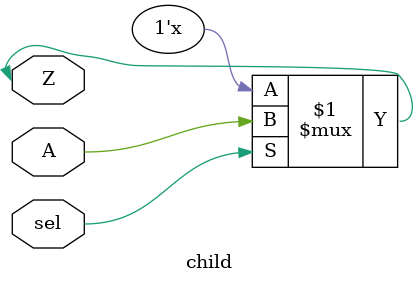
<source format=v>
module top;
  reg passed;
  reg [1:0] sel;
  reg [1:0] A;
  wire [1:0] Z;

  parent parent(.sel(sel), .A(A), .Z(Z));

  initial begin
    passed = 1'b1;
    sel = 2'b11;
    A = 2'b00;
    #1 if (Z !== 2'b00) begin
      $display("FAILED: selected, expected 2'b00, got %b", Z);
      passed = 1'b0;
    end

    A = 2'b10;
    #1 if (Z !== 2'b10) begin
      $display("FAILED: selected, expected 2'b10, got %b", Z);
      passed = 1'b0;
    end

    A = 2'b01;
    #1 if (Z !== 2'b01) begin
      $display("FAILED: selected, expected 2'b01, got %b", Z);
      passed = 1'b0;
    end

    sel = 2'b00;
    #1 if (Z !== 2'bzz) begin
      $display("FAILED: deselected, expected 2'bzz, got %b", Z);
      passed = 1'b0;
    end

    if (passed) $display("PASSED");
  end
endmodule

module parent(input[1:0] sel, input [1:0] A, inout [1:0] Z);
  child child[1:0](.sel(sel), .A(A), .Z(Z));
endmodule

module child(input sel, input A, inout Z);
  assign Z = (sel) ? A : 1'bz;
endmodule

</source>
